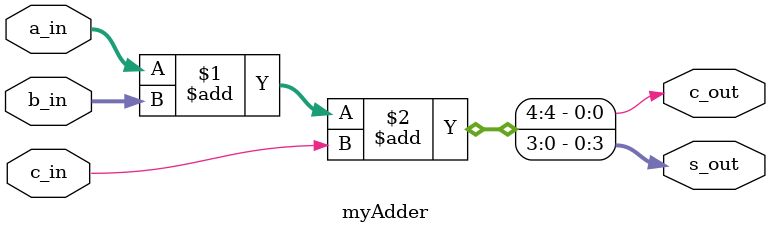
<source format=v>
module myAdder( a_in, b_in, c_in, s_out, c_out);
input wire [0:3] a_in, b_in;
input wire c_in;
output [0:3] s_out;
output c_out;

assign {c_out, s_out} = a_in + b_in + c_in;

endmodule

</source>
